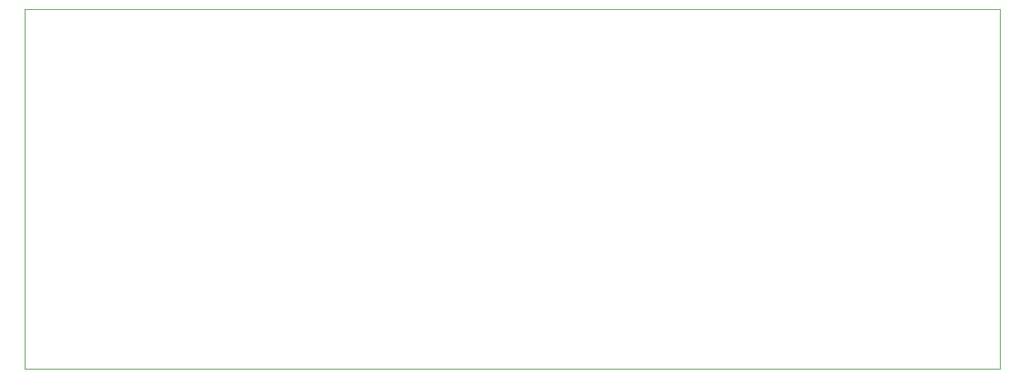
<source format=gbr>
G04 #@! TF.GenerationSoftware,KiCad,Pcbnew,(5.1.4)-1*
G04 #@! TF.CreationDate,2020-05-13T21:25:10+02:00*
G04 #@! TF.ProjectId,register_pcb,72656769-7374-4657-925f-7063622e6b69,rev?*
G04 #@! TF.SameCoordinates,Original*
G04 #@! TF.FileFunction,Profile,NP*
%FSLAX46Y46*%
G04 Gerber Fmt 4.6, Leading zero omitted, Abs format (unit mm)*
G04 Created by KiCad (PCBNEW (5.1.4)-1) date 2020-05-13 21:25:10*
%MOMM*%
%LPD*%
G04 APERTURE LIST*
%ADD10C,0.050000*%
G04 APERTURE END LIST*
D10*
X193040000Y-50800000D02*
X76200000Y-50800000D01*
X193040000Y-93980000D02*
X193040000Y-50800000D01*
X76200000Y-93980000D02*
X193040000Y-93980000D01*
X76200000Y-50800000D02*
X76200000Y-93980000D01*
M02*

</source>
